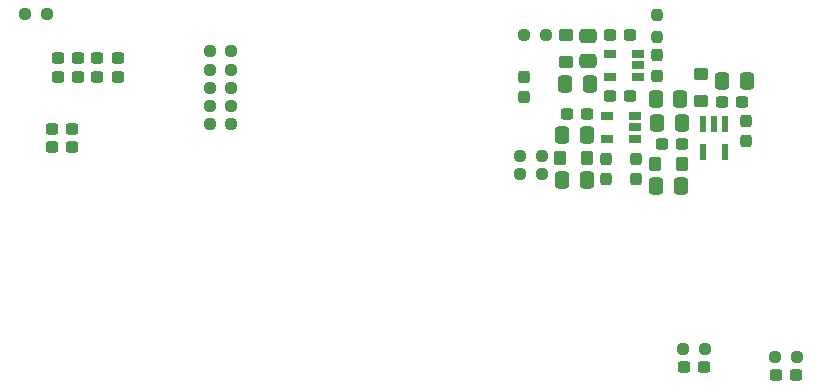
<source format=gbp>
G04 #@! TF.GenerationSoftware,KiCad,Pcbnew,9.0.1-9.0.1-0~ubuntu24.04.1*
G04 #@! TF.CreationDate,2025-04-10T02:26:27-04:00*
G04 #@! TF.ProjectId,EEG SHIELD,45454720-5348-4494-954c-442e6b696361,B*
G04 #@! TF.SameCoordinates,Original*
G04 #@! TF.FileFunction,Paste,Bot*
G04 #@! TF.FilePolarity,Positive*
%FSLAX46Y46*%
G04 Gerber Fmt 4.6, Leading zero omitted, Abs format (unit mm)*
G04 Created by KiCad (PCBNEW 9.0.1-9.0.1-0~ubuntu24.04.1) date 2025-04-10 02:26:27*
%MOMM*%
%LPD*%
G01*
G04 APERTURE LIST*
G04 Aperture macros list*
%AMRoundRect*
0 Rectangle with rounded corners*
0 $1 Rounding radius*
0 $2 $3 $4 $5 $6 $7 $8 $9 X,Y pos of 4 corners*
0 Add a 4 corners polygon primitive as box body*
4,1,4,$2,$3,$4,$5,$6,$7,$8,$9,$2,$3,0*
0 Add four circle primitives for the rounded corners*
1,1,$1+$1,$2,$3*
1,1,$1+$1,$4,$5*
1,1,$1+$1,$6,$7*
1,1,$1+$1,$8,$9*
0 Add four rect primitives between the rounded corners*
20,1,$1+$1,$2,$3,$4,$5,0*
20,1,$1+$1,$4,$5,$6,$7,0*
20,1,$1+$1,$6,$7,$8,$9,0*
20,1,$1+$1,$8,$9,$2,$3,0*%
G04 Aperture macros list end*
%ADD10RoundRect,0.237500X0.300000X0.237500X-0.300000X0.237500X-0.300000X-0.237500X0.300000X-0.237500X0*%
%ADD11R,0.558800X1.473200*%
%ADD12RoundRect,0.250000X-0.337500X-0.475000X0.337500X-0.475000X0.337500X0.475000X-0.337500X0.475000X0*%
%ADD13RoundRect,0.250000X0.275000X0.350000X-0.275000X0.350000X-0.275000X-0.350000X0.275000X-0.350000X0*%
%ADD14RoundRect,0.237500X-0.300000X-0.237500X0.300000X-0.237500X0.300000X0.237500X-0.300000X0.237500X0*%
%ADD15RoundRect,0.237500X0.250000X0.237500X-0.250000X0.237500X-0.250000X-0.237500X0.250000X-0.237500X0*%
%ADD16RoundRect,0.250000X-0.475000X0.337500X-0.475000X-0.337500X0.475000X-0.337500X0.475000X0.337500X0*%
%ADD17RoundRect,0.250000X0.337500X0.475000X-0.337500X0.475000X-0.337500X-0.475000X0.337500X-0.475000X0*%
%ADD18RoundRect,0.237500X-0.237500X0.300000X-0.237500X-0.300000X0.237500X-0.300000X0.237500X0.300000X0*%
%ADD19R,1.100000X0.650001*%
%ADD20RoundRect,0.237500X0.237500X-0.300000X0.237500X0.300000X-0.237500X0.300000X-0.237500X-0.300000X0*%
%ADD21RoundRect,0.237500X-0.250000X-0.237500X0.250000X-0.237500X0.250000X0.237500X-0.250000X0.237500X0*%
%ADD22RoundRect,0.237500X0.237500X-0.250000X0.237500X0.250000X-0.237500X0.250000X-0.237500X-0.250000X0*%
%ADD23RoundRect,0.250000X-0.350000X0.275000X-0.350000X-0.275000X0.350000X-0.275000X0.350000X0.275000X0*%
G04 APERTURE END LIST*
D10*
X181975000Y-97600000D03*
X180250000Y-97600000D03*
D11*
X188122498Y-99922400D03*
X189072499Y-99922400D03*
X190022500Y-99922400D03*
X190022500Y-102310000D03*
X188122498Y-102310000D03*
D12*
X176485000Y-96560000D03*
X178560000Y-96560000D03*
D13*
X186392500Y-103320000D03*
X184092500Y-103320000D03*
D14*
X133492500Y-94380000D03*
X135217500Y-94380000D03*
D15*
X132582500Y-90670000D03*
X130757500Y-90670000D03*
D16*
X178412500Y-92492500D03*
X178412500Y-94567500D03*
D17*
X186220000Y-97820000D03*
X184145000Y-97820000D03*
D14*
X189712500Y-98040000D03*
X191437500Y-98040000D03*
D18*
X179932500Y-102887502D03*
X179932500Y-104612502D03*
X182472500Y-102887502D03*
X182472500Y-104612502D03*
D15*
X196050000Y-119670000D03*
X194225000Y-119670000D03*
D12*
X184162500Y-105230000D03*
X186237500Y-105230000D03*
D19*
X182402500Y-99270001D03*
X182402500Y-100220002D03*
X182402500Y-101170000D03*
X180002500Y-101170000D03*
X180002500Y-99270001D03*
D20*
X184262500Y-95857003D03*
X184262500Y-94132003D03*
D15*
X174462500Y-102660000D03*
X172637500Y-102660000D03*
D21*
X146355000Y-99940000D03*
X148180000Y-99940000D03*
D22*
X184270000Y-92542500D03*
X184270000Y-90717500D03*
D10*
X178345000Y-99130000D03*
X176620000Y-99130000D03*
D14*
X132987500Y-100330000D03*
X134712500Y-100330000D03*
D19*
X182662500Y-94030001D03*
X182662500Y-94980002D03*
X182662500Y-95930000D03*
X180262500Y-95930000D03*
X180262500Y-94030001D03*
D10*
X196000000Y-121200000D03*
X194275000Y-121200000D03*
D23*
X176512500Y-92430000D03*
X176512500Y-94730000D03*
X188002500Y-95690000D03*
X188002500Y-97990000D03*
D13*
X178352500Y-102810000D03*
X176052500Y-102810000D03*
D21*
X146360000Y-98400000D03*
X148185000Y-98400000D03*
D20*
X191742500Y-101412500D03*
X191742500Y-99687500D03*
D14*
X136860000Y-95930000D03*
X138585000Y-95930000D03*
X133492500Y-95920000D03*
X135217500Y-95920000D03*
X180250000Y-92380000D03*
X181975000Y-92380000D03*
D17*
X178292500Y-100910000D03*
X176217500Y-100910000D03*
D15*
X188277500Y-119020000D03*
X186452500Y-119020000D03*
X174820000Y-92380000D03*
X172995000Y-92380000D03*
D18*
X173000000Y-95967500D03*
X173000000Y-97692500D03*
D14*
X132975000Y-101880000D03*
X134700000Y-101880000D03*
D21*
X146357500Y-93800000D03*
X148182500Y-93800000D03*
D10*
X186382500Y-101660000D03*
X184657500Y-101660000D03*
X188230000Y-120550000D03*
X186505000Y-120550000D03*
D21*
X146360000Y-96860000D03*
X148185000Y-96860000D03*
X146357500Y-95330000D03*
X148182500Y-95330000D03*
D15*
X174462500Y-104190000D03*
X172637500Y-104190000D03*
D12*
X176215000Y-104710000D03*
X178290000Y-104710000D03*
D14*
X136860000Y-94380000D03*
X138585000Y-94380000D03*
D12*
X189772500Y-96260000D03*
X191847500Y-96260000D03*
D17*
X186327500Y-99880000D03*
X184252500Y-99880000D03*
M02*

</source>
